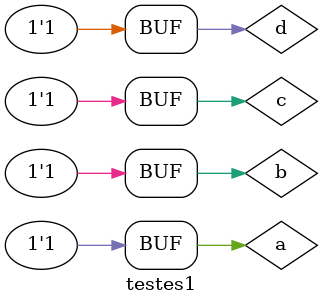
<source format=v>


module s1Quine (s1,a,b,c,d);
output s1;
input a,b,c,d;
wire t1,t2,t3,t4,t5,t,t7,t8;

and AND1 (t1,~a,c,d);
and AND2 (t2,~b,c,d);
and AND3 (t3,b,~c,d);
and AND4 (t4,~a,b,c);
and AND5 (t5,a,~b,d);
and AND6 (t6,a,~c,d);
and AND7 (t7,a,~b,c);
and AND8 (t8,a,b,~c);
and AND9 (t9,a,b,~d);

or OR1 (s1,t1,t2,t3,t4,t5,t6,t7,t8,t9); 





endmodule //fim s1Quine

module testes1;

wire s1;
reg a,b,c,d;

//-- Inicio teste de s1

s1Quine Teste (s1,a,b,c,d);

 initial begin
 	   $display("\nAlvaro Henrique - 395487 \n");
      $display("\na  b   c   d  s1\n");
      $monitor("%b  %b   %b   %b  %b", a, b, c, d, s1);
  
	     a=0; b=0; c=0; d=0;  
    #1  a=0; b=0; c=0; d=1;
    #1  a=0; b=0; c=1; d=0;
    #1  a=0; b=0; c=1; d=1;
    #1  a=0; b=1; c=0; d=0;
 	 #1  a=0; b=1; c=0; d=1;
    #1  a=0; b=1; c=1; d=0;
    #1  a=0; b=1; c=1; d=1;
    #1  a=1; b=0; c=0; d=0;
    #1  a=1; b=0; c=0; d=1;
    #1  a=1; b=0; c=1; d=0;
    #1  a=1; b=0; c=1; d=1;
    #1  a=1; b=1; c=0; d=0;
    #1  a=1; b=1; c=0; d=1;
    #1  a=1; b=1; c=1; d=0;
    #1  a=1; b=1; c=1; d=1;


        
    end
    endmodule
</source>
